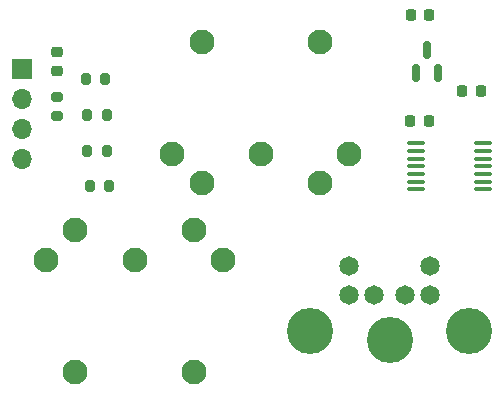
<source format=gts>
G04 #@! TF.GenerationSoftware,KiCad,Pcbnew,(6.0.10)*
G04 #@! TF.CreationDate,2023-01-16T18:28:26-05:00*
G04 #@! TF.ProjectId,at2xt,61743278-742e-46b6-9963-61645f706362,rev?*
G04 #@! TF.SameCoordinates,PX9fdfbc0PY31a8670*
G04 #@! TF.FileFunction,Soldermask,Top*
G04 #@! TF.FilePolarity,Negative*
%FSLAX46Y46*%
G04 Gerber Fmt 4.6, Leading zero omitted, Abs format (unit mm)*
G04 Created by KiCad (PCBNEW (6.0.10)) date 2023-01-16 18:28:26*
%MOMM*%
%LPD*%
G01*
G04 APERTURE LIST*
G04 Aperture macros list*
%AMRoundRect*
0 Rectangle with rounded corners*
0 $1 Rounding radius*
0 $2 $3 $4 $5 $6 $7 $8 $9 X,Y pos of 4 corners*
0 Add a 4 corners polygon primitive as box body*
4,1,4,$2,$3,$4,$5,$6,$7,$8,$9,$2,$3,0*
0 Add four circle primitives for the rounded corners*
1,1,$1+$1,$2,$3*
1,1,$1+$1,$4,$5*
1,1,$1+$1,$6,$7*
1,1,$1+$1,$8,$9*
0 Add four rect primitives between the rounded corners*
20,1,$1+$1,$2,$3,$4,$5,0*
20,1,$1+$1,$4,$5,$6,$7,0*
20,1,$1+$1,$6,$7,$8,$9,0*
20,1,$1+$1,$8,$9,$2,$3,0*%
G04 Aperture macros list end*
%ADD10C,2.100000*%
%ADD11C,3.900000*%
%ADD12C,1.650000*%
%ADD13RoundRect,0.100000X-0.637500X-0.100000X0.637500X-0.100000X0.637500X0.100000X-0.637500X0.100000X0*%
%ADD14RoundRect,0.150000X0.150000X-0.587500X0.150000X0.587500X-0.150000X0.587500X-0.150000X-0.587500X0*%
%ADD15RoundRect,0.200000X-0.200000X-0.275000X0.200000X-0.275000X0.200000X0.275000X-0.200000X0.275000X0*%
%ADD16RoundRect,0.200000X0.275000X-0.200000X0.275000X0.200000X-0.275000X0.200000X-0.275000X-0.200000X0*%
%ADD17R,1.700000X1.700000*%
%ADD18O,1.700000X1.700000*%
%ADD19RoundRect,0.225000X-0.225000X-0.250000X0.225000X-0.250000X0.225000X0.250000X-0.225000X0.250000X0*%
%ADD20RoundRect,0.225000X0.250000X-0.225000X0.250000X0.225000X-0.250000X0.225000X-0.250000X-0.225000X0*%
G04 APERTURE END LIST*
D10*
G04 #@! TO.C,J2*
X-29842500Y-15430000D03*
X-22342500Y-15430000D03*
X-14842500Y-15430000D03*
X-27342500Y-17930000D03*
X-17342500Y-17930000D03*
X-27342500Y-5930000D03*
X-17342500Y-5930000D03*
G04 #@! TD*
D11*
G04 #@! TO.C,J4*
X-18180000Y-30430000D03*
X-11430000Y-31230000D03*
X-4680000Y-30430000D03*
D12*
X-14830000Y-24930000D03*
X-8030000Y-24930000D03*
X-14830000Y-27430000D03*
X-8030000Y-27430000D03*
X-12730000Y-27430000D03*
X-10130000Y-27430000D03*
G04 #@! TD*
D10*
G04 #@! TO.C,J3*
X-25520000Y-24430000D03*
X-33020000Y-24430000D03*
X-40520000Y-24430000D03*
X-28020000Y-21930000D03*
X-38020000Y-21930000D03*
X-28020000Y-33930000D03*
X-38020000Y-33930000D03*
G04 #@! TD*
D13*
G04 #@! TO.C,U2*
X-9212500Y-14560000D03*
X-9212500Y-15210000D03*
X-9212500Y-15860000D03*
X-9212500Y-16510000D03*
X-9212500Y-17160000D03*
X-9212500Y-17810000D03*
X-9212500Y-18460000D03*
X-3487500Y-18460000D03*
X-3487500Y-17810000D03*
X-3487500Y-17160000D03*
X-3487500Y-16510000D03*
X-3487500Y-15860000D03*
X-3487500Y-15210000D03*
X-3487500Y-14560000D03*
G04 #@! TD*
D14*
G04 #@! TO.C,U1*
X-9205000Y-8557500D03*
X-7305000Y-8557500D03*
X-8255000Y-6682500D03*
G04 #@! TD*
D15*
G04 #@! TO.C,R5*
X-36830000Y-18192500D03*
X-35180000Y-18192500D03*
G04 #@! TD*
G04 #@! TO.C,R4*
X-37020000Y-12142500D03*
X-35370000Y-12142500D03*
G04 #@! TD*
G04 #@! TO.C,R3*
X-37140000Y-9112500D03*
X-35490000Y-9112500D03*
G04 #@! TD*
G04 #@! TO.C,R2*
X-35370000Y-15240000D03*
X-37020000Y-15240000D03*
G04 #@! TD*
D16*
G04 #@! TO.C,R1*
X-39612500Y-10605000D03*
X-39612500Y-12255000D03*
G04 #@! TD*
D17*
G04 #@! TO.C,J1*
X-42545000Y-8255000D03*
D18*
X-42545000Y-10795000D03*
X-42545000Y-13335000D03*
X-42545000Y-15875000D03*
G04 #@! TD*
D19*
G04 #@! TO.C,C4*
X-8115000Y-12700000D03*
X-9665000Y-12700000D03*
G04 #@! TD*
D20*
G04 #@! TO.C,C3*
X-39605000Y-8395000D03*
X-39605000Y-6845000D03*
G04 #@! TD*
D19*
G04 #@! TO.C,C2*
X-8104420Y-3685000D03*
X-9654420Y-3685000D03*
G04 #@! TD*
G04 #@! TO.C,C1*
X-3705000Y-10160000D03*
X-5255000Y-10160000D03*
G04 #@! TD*
M02*

</source>
